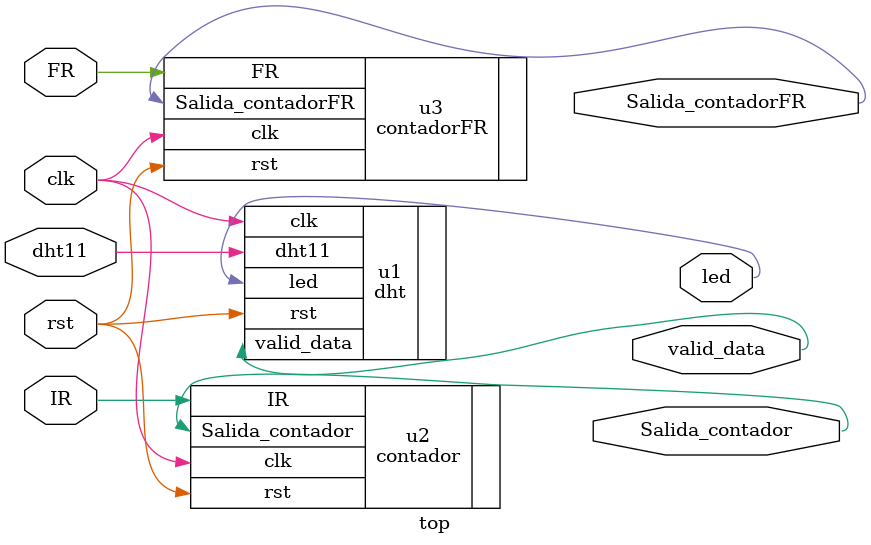
<source format=v>
module top (
	input wire clk,                // Reloj del sistema (50 MHz)
    input wire rst,                // Reset del sistema
    inout wire dht11,              // Línea de datos del sensor DHT11
    output wire valid_data,         // Indicador de datos válidos
    output wire led,
    //--------------------------- 7 segmentos----------------------
    //output wire [6:0] seg,        // Conectar a los pines del display de 7 segmentos
    //output [7:0] an,
	 
	 input wire IR,
	 output wire Salida_contador,
	 input wire FR,
	 output wire Salida_contadorFR

);

dht u1(
	.clk(clk),
	.rst(rst),
	.dht11(dht11),
	.valid_data(valid_data),
	.led(led)
);

contador u2(
	.clk(clk),
	.rst(rst),
	.IR(IR),
	.Salida_contador(Salida_contador)
);

contadorFR u3(
	.clk(clk),
	.rst(rst),
	.FR(FR),
	.Salida_contadorFR(Salida_contadorFR)
);

endmodule
</source>
